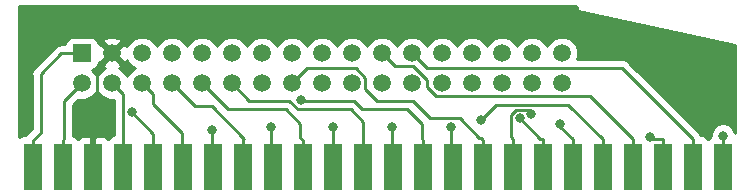
<source format=gtl>
G04 #@! TF.GenerationSoftware,KiCad,Pcbnew,5.0.2+dfsg1-1*
G04 #@! TF.CreationDate,2020-12-29T17:43:56+01:00*
G04 #@! TF.ProjectId,KBD_ADAPTER_XE,4b42445f-4144-4415-9054-45525f58452e,1.0*
G04 #@! TF.SameCoordinates,Original*
G04 #@! TF.FileFunction,Copper,L1,Top*
G04 #@! TF.FilePolarity,Positive*
%FSLAX46Y46*%
G04 Gerber Fmt 4.6, Leading zero omitted, Abs format (unit mm)*
G04 Created by KiCad (PCBNEW 5.0.2+dfsg1-1) date Tue 29 Dec 2020 05:43:56 PM CET*
%MOMM*%
%LPD*%
G01*
G04 APERTURE LIST*
G04 #@! TA.AperFunction,ConnectorPad*
%ADD10R,1.524000X4.000000*%
G04 #@! TD*
G04 #@! TA.AperFunction,ComponentPad*
%ADD11R,1.520000X1.520000*%
G04 #@! TD*
G04 #@! TA.AperFunction,ComponentPad*
%ADD12C,1.520000*%
G04 #@! TD*
G04 #@! TA.AperFunction,ViaPad*
%ADD13C,0.800000*%
G04 #@! TD*
G04 #@! TA.AperFunction,Conductor*
%ADD14C,0.250000*%
G04 #@! TD*
G04 #@! TA.AperFunction,Conductor*
%ADD15C,0.254000*%
G04 #@! TD*
G04 APERTURE END LIST*
D10*
G04 #@! TO.P,J1,24*
G04 #@! TO.N,RESET*
X173275000Y-109850000D03*
G04 #@! TO.P,J1,23*
G04 #@! TO.N,OPTION*
X170735000Y-109850000D03*
G04 #@! TO.P,J1,22*
G04 #@! TO.N,SELECT*
X168195000Y-109850000D03*
G04 #@! TO.P,J1,21*
G04 #@! TO.N,START*
X165655000Y-109850000D03*
G04 #@! TO.P,J1,20*
G04 #@! TO.N,RSC*
X163115000Y-109850000D03*
G04 #@! TO.P,J1,19*
G04 #@! TO.N,IN_4*
X160575000Y-109850000D03*
G04 #@! TO.P,J1,18*
G04 #@! TO.N,OUT_0*
X158035000Y-109850000D03*
G04 #@! TO.P,J1,17*
G04 #@! TO.N,IN_0*
X155495000Y-109850000D03*
G04 #@! TO.P,J1,16*
G04 #@! TO.N,IN_3*
X152955000Y-109850000D03*
G04 #@! TO.P,J1,15*
G04 #@! TO.N,OUT_2*
X150415000Y-109850000D03*
G04 #@! TO.P,J1,14*
G04 #@! TO.N,OUT_4*
X147875000Y-109850000D03*
G04 #@! TO.P,J1,13*
G04 #@! TO.N,OUT_1*
X145335000Y-109850000D03*
G04 #@! TO.P,J1,12*
G04 #@! TO.N,OUT_6*
X142795000Y-109850000D03*
G04 #@! TO.P,J1,11*
G04 #@! TO.N,IN_1*
X140255000Y-109850000D03*
G04 #@! TO.P,J1,10*
G04 #@! TO.N,IN_5*
X137715000Y-109850000D03*
G04 #@! TO.P,J1,9*
G04 #@! TO.N,IN_7*
X135175000Y-109850000D03*
G04 #@! TO.P,J1,8*
G04 #@! TO.N,IN_2*
X132635000Y-109850000D03*
G04 #@! TO.P,J1,7*
G04 #@! TO.N,OUT_7*
X130095000Y-109850000D03*
G04 #@! TO.P,J1,6*
G04 #@! TO.N,OUT_5*
X127555000Y-109850000D03*
G04 #@! TO.P,J1,5*
G04 #@! TO.N,OUT_3*
X125015000Y-109850000D03*
G04 #@! TO.P,J1,4*
G04 #@! TO.N,IN_6*
X122475000Y-109850000D03*
G04 #@! TO.P,J1,3*
G04 #@! TO.N,GND*
X119935000Y-109850000D03*
G04 #@! TO.P,J1,2*
G04 #@! TO.N,J_LED*
X117395000Y-109850000D03*
G04 #@! TO.P,J1,1*
G04 #@! TO.N,VCC*
X114855000Y-109850000D03*
G04 #@! TD*
D11*
G04 #@! TO.P,J2,1*
G04 #@! TO.N,VCC*
X119000000Y-100250000D03*
D12*
G04 #@! TO.P,J2,2*
G04 #@! TO.N,J_LED*
X119000000Y-102790000D03*
G04 #@! TO.P,J2,3*
G04 #@! TO.N,GND*
X121540000Y-100250000D03*
G04 #@! TO.P,J2,4*
G04 #@! TO.N,IN_6*
X121540000Y-102790000D03*
G04 #@! TO.P,J2,5*
G04 #@! TO.N,OUT_3*
X124080000Y-100250000D03*
G04 #@! TO.P,J2,6*
G04 #@! TO.N,OUT_5*
X124080000Y-102790000D03*
G04 #@! TO.P,J2,7*
G04 #@! TO.N,OUT_7*
X126620000Y-100250000D03*
G04 #@! TO.P,J2,8*
G04 #@! TO.N,IN_2*
X126620000Y-102790000D03*
G04 #@! TO.P,J2,9*
G04 #@! TO.N,IN_7*
X129160000Y-100250000D03*
G04 #@! TO.P,J2,10*
G04 #@! TO.N,IN_5*
X129160000Y-102790000D03*
G04 #@! TO.P,J2,11*
G04 #@! TO.N,IN_1*
X131700000Y-100250000D03*
G04 #@! TO.P,J2,12*
G04 #@! TO.N,OUT_6*
X131700000Y-102790000D03*
G04 #@! TO.P,J2,13*
G04 #@! TO.N,OUT_1*
X134240000Y-100250000D03*
G04 #@! TO.P,J2,14*
G04 #@! TO.N,OUT_4*
X134240000Y-102790000D03*
G04 #@! TO.P,J2,15*
G04 #@! TO.N,OUT_2*
X136780000Y-100250000D03*
G04 #@! TO.P,J2,16*
G04 #@! TO.N,IN_3*
X136780000Y-102790000D03*
G04 #@! TO.P,J2,17*
G04 #@! TO.N,IN_0*
X139320000Y-100250000D03*
G04 #@! TO.P,J2,18*
G04 #@! TO.N,OUT_0*
X139320000Y-102790000D03*
G04 #@! TO.P,J2,19*
G04 #@! TO.N,IN_4*
X141860000Y-100250000D03*
G04 #@! TO.P,J2,20*
G04 #@! TO.N,RSC*
X141860000Y-102790000D03*
G04 #@! TO.P,J2,21*
G04 #@! TO.N,START*
X144400000Y-100250000D03*
G04 #@! TO.P,J2,22*
G04 #@! TO.N,SELECT*
X144400000Y-102790000D03*
G04 #@! TO.P,J2,23*
G04 #@! TO.N,OPTION*
X146940000Y-100250000D03*
G04 #@! TO.P,J2,24*
G04 #@! TO.N,RESET*
X146940000Y-102790000D03*
G04 #@! TO.P,J2,25*
G04 #@! TO.N,Net-(J2-Pad25)*
X149480000Y-100250000D03*
G04 #@! TO.P,J2,26*
G04 #@! TO.N,Net-(J2-Pad26)*
X149480000Y-102790000D03*
G04 #@! TO.P,J2,27*
G04 #@! TO.N,Net-(J2-Pad27)*
X152020000Y-100250000D03*
G04 #@! TO.P,J2,28*
G04 #@! TO.N,Net-(J2-Pad28)*
X152020000Y-102790000D03*
G04 #@! TO.P,J2,29*
G04 #@! TO.N,Net-(J2-Pad29)*
X154560000Y-100250000D03*
G04 #@! TO.P,J2,30*
G04 #@! TO.N,Net-(J2-Pad30)*
X154560000Y-102790000D03*
G04 #@! TO.P,J2,31*
G04 #@! TO.N,Net-(J2-Pad31)*
X157100000Y-100250000D03*
G04 #@! TO.P,J2,32*
G04 #@! TO.N,Net-(J2-Pad32)*
X157100000Y-102790000D03*
G04 #@! TO.P,J2,33*
G04 #@! TO.N,Net-(J2-Pad33)*
X159640000Y-100250000D03*
G04 #@! TO.P,J2,34*
G04 #@! TO.N,Net-(J2-Pad34)*
X159640000Y-102790000D03*
G04 #@! TD*
D13*
G04 #@! TO.N,OUT_3*
X123200000Y-105250000D03*
G04 #@! TO.N,OUT_7*
X130000000Y-106750000D03*
G04 #@! TO.N,IN_7*
X135000000Y-106500000D03*
G04 #@! TO.N,IN_1*
X140250000Y-106500000D03*
G04 #@! TO.N,OUT_1*
X145250000Y-106500000D03*
G04 #@! TO.N,OUT_4*
X137513000Y-104237000D03*
G04 #@! TO.N,OUT_2*
X150250000Y-106500000D03*
G04 #@! TO.N,IN_0*
X157054100Y-105372700D03*
G04 #@! TO.N,OUT_0*
X156053700Y-105767300D03*
G04 #@! TO.N,IN_4*
X159515300Y-106217600D03*
G04 #@! TO.N,RSC*
X152784900Y-105897200D03*
G04 #@! TO.N,SELECT*
X167082000Y-107298500D03*
G04 #@! TO.N,RESET*
X173275000Y-107213700D03*
G04 #@! TD*
D14*
G04 #@! TO.N,VCC*
X114855000Y-109850000D02*
X114855000Y-107600000D01*
X114855000Y-107600000D02*
X115500000Y-106955000D01*
X115500000Y-106955000D02*
X115500000Y-102000000D01*
X115500000Y-102000000D02*
X117250000Y-100250000D01*
X117250000Y-100250000D02*
X119000000Y-100250000D01*
G04 #@! TO.N,J_LED*
X117395000Y-109850000D02*
X117395000Y-107600000D01*
X117395000Y-107600000D02*
X117500000Y-107495000D01*
X117500000Y-107495000D02*
X117500000Y-104290000D01*
X117500000Y-104290000D02*
X119000000Y-102790000D01*
G04 #@! TO.N,GND*
X119935000Y-109850000D02*
X119935000Y-107524700D01*
X121540000Y-100250000D02*
X120270000Y-101520000D01*
X120270000Y-101520000D02*
X120270000Y-107189700D01*
X120270000Y-107189700D02*
X119935000Y-107524700D01*
G04 #@! TO.N,IN_6*
X122475000Y-109850000D02*
X122475000Y-103725000D01*
X122475000Y-103725000D02*
X121540000Y-102790000D01*
G04 #@! TO.N,OUT_3*
X125015000Y-109850000D02*
X125015000Y-107600000D01*
X125015000Y-107600000D02*
X125000000Y-107585000D01*
X125000000Y-107585000D02*
X125000000Y-107050000D01*
X125000000Y-107050000D02*
X123200000Y-105250000D01*
G04 #@! TO.N,OUT_5*
X127555000Y-109850000D02*
X127555000Y-108612000D01*
X127555000Y-108612000D02*
X127500000Y-108557000D01*
X127500000Y-108557000D02*
X127500000Y-107000000D01*
X127500000Y-107000000D02*
X125000000Y-104500000D01*
X125000000Y-104500000D02*
X125000000Y-103710000D01*
X125000000Y-103710000D02*
X124080000Y-102790000D01*
G04 #@! TO.N,OUT_7*
X130000000Y-106750000D02*
X130000000Y-109755000D01*
X130000000Y-109755000D02*
X130095000Y-109850000D01*
G04 #@! TO.N,IN_2*
X132635000Y-109850000D02*
X132635000Y-107600000D01*
X132635000Y-107600000D02*
X132750000Y-107485000D01*
X132750000Y-107485000D02*
X132735000Y-107485000D01*
X132735000Y-107485000D02*
X130000000Y-104750000D01*
X130000000Y-104750000D02*
X128580000Y-104750000D01*
X128580000Y-104750000D02*
X126620000Y-102790000D01*
G04 #@! TO.N,IN_7*
X135000000Y-106500000D02*
X135000000Y-109675000D01*
X135000000Y-109675000D02*
X135175000Y-109850000D01*
G04 #@! TO.N,IN_5*
X137715000Y-109850000D02*
X137715000Y-107600000D01*
X137715000Y-107600000D02*
X137500000Y-107385000D01*
X137500000Y-107385000D02*
X137500000Y-106250000D01*
X137500000Y-106250000D02*
X136250000Y-105000000D01*
X136250000Y-105000000D02*
X131370000Y-105000000D01*
X131370000Y-105000000D02*
X129160000Y-102790000D01*
G04 #@! TO.N,IN_1*
X140250000Y-106500000D02*
X140250000Y-109845000D01*
X140250000Y-109845000D02*
X140255000Y-109850000D01*
G04 #@! TO.N,OUT_6*
X142795000Y-109850000D02*
X142795000Y-106045000D01*
X142795000Y-106045000D02*
X141750000Y-105000000D01*
X141750000Y-105000000D02*
X137250000Y-105000000D01*
X137250000Y-105000000D02*
X136500000Y-104250000D01*
X136500000Y-104250000D02*
X133160000Y-104250000D01*
X133160000Y-104250000D02*
X131700000Y-102790000D01*
G04 #@! TO.N,OUT_1*
X145250000Y-106500000D02*
X145250000Y-109765000D01*
X145250000Y-109765000D02*
X145335000Y-109850000D01*
G04 #@! TO.N,OUT_4*
X147875000Y-109850000D02*
X147875000Y-107600000D01*
X147875000Y-107600000D02*
X147750000Y-107475000D01*
X147750000Y-107475000D02*
X147750000Y-106250000D01*
X147750000Y-106250000D02*
X146500000Y-105000000D01*
X146500000Y-105000000D02*
X142750000Y-105000000D01*
X142750000Y-105000000D02*
X142000000Y-104250000D01*
X142000000Y-104250000D02*
X137525000Y-104250000D01*
X137525000Y-104250000D02*
X137513000Y-104237000D01*
G04 #@! TO.N,OUT_2*
X150250000Y-106500000D02*
X150250000Y-109685000D01*
X150250000Y-109685000D02*
X150415000Y-109850000D01*
G04 #@! TO.N,IN_3*
X152955000Y-109850000D02*
X152955000Y-107600000D01*
X152955000Y-107600000D02*
X152750000Y-107395000D01*
X152750000Y-107395000D02*
X152645000Y-107395000D01*
X152645000Y-107395000D02*
X151000000Y-105750000D01*
X151000000Y-105750000D02*
X148500000Y-105750000D01*
X148500000Y-105750000D02*
X147000000Y-104250000D01*
X147000000Y-104250000D02*
X144000000Y-104250000D01*
X144000000Y-104250000D02*
X143000000Y-103250000D01*
X143000000Y-103250000D02*
X143000000Y-102324000D01*
X143000000Y-102324000D02*
X142176000Y-101500000D01*
X142176000Y-101500000D02*
X138070000Y-101500000D01*
X138070000Y-101500000D02*
X136780000Y-102790000D01*
G04 #@! TO.N,IN_0*
X157054100Y-105372700D02*
X156723400Y-105042000D01*
X156723400Y-105042000D02*
X155753300Y-105042000D01*
X155753300Y-105042000D02*
X155302500Y-105492800D01*
X155302500Y-105492800D02*
X155302500Y-107332200D01*
X155302500Y-107332200D02*
X155495000Y-107524700D01*
X155495000Y-109850000D02*
X155495000Y-107524700D01*
G04 #@! TO.N,OUT_0*
X158035000Y-107524700D02*
X157811100Y-107524700D01*
X157811100Y-107524700D02*
X156053700Y-105767300D01*
X158035000Y-109850000D02*
X158035000Y-107524700D01*
G04 #@! TO.N,IN_4*
X160575000Y-107524700D02*
X159515300Y-106465000D01*
X159515300Y-106465000D02*
X159515300Y-106217600D01*
X160575000Y-109850000D02*
X160575000Y-107524700D01*
G04 #@! TO.N,RSC*
X163115000Y-107524700D02*
X160182000Y-104591700D01*
X160182000Y-104591700D02*
X154090400Y-104591700D01*
X154090400Y-104591700D02*
X152784900Y-105897200D01*
X163115000Y-109850000D02*
X163115000Y-107524700D01*
G04 #@! TO.N,START*
X165655000Y-109850000D02*
X165655000Y-107524700D01*
X144400000Y-100250000D02*
X145510600Y-101360600D01*
X145510600Y-101360600D02*
X147058000Y-101360600D01*
X147058000Y-101360600D02*
X148210000Y-102512600D01*
X148210000Y-102512600D02*
X148210000Y-103108900D01*
X148210000Y-103108900D02*
X148976500Y-103875400D01*
X148976500Y-103875400D02*
X162005700Y-103875400D01*
X162005700Y-103875400D02*
X165655000Y-107524700D01*
G04 #@! TO.N,SELECT*
X167082000Y-107298500D02*
X167308200Y-107524700D01*
X167308200Y-107524700D02*
X168195000Y-107524700D01*
X168195000Y-109850000D02*
X168195000Y-107524700D01*
G04 #@! TO.N,OPTION*
X170735000Y-109850000D02*
X170735000Y-107524700D01*
X146940000Y-100250000D02*
X148210000Y-101520000D01*
X148210000Y-101520000D02*
X164730300Y-101520000D01*
X164730300Y-101520000D02*
X170735000Y-107524700D01*
G04 #@! TO.N,RESET*
X173275000Y-107213700D02*
X173275000Y-109850000D01*
G04 #@! TD*
D15*
G04 #@! TO.N,GND*
G36*
X120357376Y-103580204D02*
X120749796Y-103972624D01*
X121262517Y-104185000D01*
X121715001Y-104185000D01*
X121715000Y-107202560D01*
X121713000Y-107202560D01*
X121465235Y-107251843D01*
X121255191Y-107392191D01*
X121207937Y-107462911D01*
X121056698Y-107311673D01*
X120823309Y-107215000D01*
X120220750Y-107215000D01*
X120062000Y-107373750D01*
X120062000Y-109723000D01*
X120082000Y-109723000D01*
X120082000Y-109977000D01*
X120062000Y-109977000D01*
X120062000Y-109997000D01*
X119808000Y-109997000D01*
X119808000Y-109977000D01*
X119788000Y-109977000D01*
X119788000Y-109723000D01*
X119808000Y-109723000D01*
X119808000Y-107373750D01*
X119649250Y-107215000D01*
X119046691Y-107215000D01*
X118813302Y-107311673D01*
X118662063Y-107462911D01*
X118614809Y-107392191D01*
X118404765Y-107251843D01*
X118260000Y-107223048D01*
X118260000Y-104604801D01*
X118692313Y-104172489D01*
X118722517Y-104185000D01*
X119277483Y-104185000D01*
X119790204Y-103972624D01*
X120182624Y-103580204D01*
X120270000Y-103369260D01*
X120357376Y-103580204D01*
X120357376Y-103580204D01*
G37*
X120357376Y-103580204D02*
X120749796Y-103972624D01*
X121262517Y-104185000D01*
X121715001Y-104185000D01*
X121715000Y-107202560D01*
X121713000Y-107202560D01*
X121465235Y-107251843D01*
X121255191Y-107392191D01*
X121207937Y-107462911D01*
X121056698Y-107311673D01*
X120823309Y-107215000D01*
X120220750Y-107215000D01*
X120062000Y-107373750D01*
X120062000Y-109723000D01*
X120082000Y-109723000D01*
X120082000Y-109977000D01*
X120062000Y-109977000D01*
X120062000Y-109997000D01*
X119808000Y-109997000D01*
X119808000Y-109977000D01*
X119788000Y-109977000D01*
X119788000Y-109723000D01*
X119808000Y-109723000D01*
X119808000Y-107373750D01*
X119649250Y-107215000D01*
X119046691Y-107215000D01*
X118813302Y-107311673D01*
X118662063Y-107462911D01*
X118614809Y-107392191D01*
X118404765Y-107251843D01*
X118260000Y-107223048D01*
X118260000Y-104604801D01*
X118692313Y-104172489D01*
X118722517Y-104185000D01*
X119277483Y-104185000D01*
X119790204Y-103972624D01*
X120182624Y-103580204D01*
X120270000Y-103369260D01*
X120357376Y-103580204D01*
G36*
X160831195Y-96277027D02*
X160866357Y-96329651D01*
X160873000Y-96346759D01*
X160873000Y-96500000D01*
X160882667Y-96548601D01*
X160910197Y-96589803D01*
X160972450Y-96623976D01*
X174290001Y-99583432D01*
X174290000Y-106959543D01*
X174152431Y-106627420D01*
X173861280Y-106336269D01*
X173480874Y-106178700D01*
X173069126Y-106178700D01*
X172688720Y-106336269D01*
X172397569Y-106627420D01*
X172240000Y-107007826D01*
X172240000Y-107268705D01*
X172055191Y-107392191D01*
X172005000Y-107467307D01*
X171954809Y-107392191D01*
X171744765Y-107251843D01*
X171497000Y-107202560D01*
X171433797Y-107202560D01*
X171282929Y-106976771D01*
X171219473Y-106934371D01*
X165320631Y-101035530D01*
X165278229Y-100972071D01*
X165026837Y-100804096D01*
X164805152Y-100760000D01*
X164805147Y-100760000D01*
X164730300Y-100745112D01*
X164655453Y-100760000D01*
X160938688Y-100760000D01*
X161035000Y-100527483D01*
X161035000Y-99972517D01*
X160822624Y-99459796D01*
X160430204Y-99067376D01*
X159917483Y-98855000D01*
X159362517Y-98855000D01*
X158849796Y-99067376D01*
X158457376Y-99459796D01*
X158370000Y-99670740D01*
X158282624Y-99459796D01*
X157890204Y-99067376D01*
X157377483Y-98855000D01*
X156822517Y-98855000D01*
X156309796Y-99067376D01*
X155917376Y-99459796D01*
X155830000Y-99670740D01*
X155742624Y-99459796D01*
X155350204Y-99067376D01*
X154837483Y-98855000D01*
X154282517Y-98855000D01*
X153769796Y-99067376D01*
X153377376Y-99459796D01*
X153290000Y-99670740D01*
X153202624Y-99459796D01*
X152810204Y-99067376D01*
X152297483Y-98855000D01*
X151742517Y-98855000D01*
X151229796Y-99067376D01*
X150837376Y-99459796D01*
X150750000Y-99670740D01*
X150662624Y-99459796D01*
X150270204Y-99067376D01*
X149757483Y-98855000D01*
X149202517Y-98855000D01*
X148689796Y-99067376D01*
X148297376Y-99459796D01*
X148210000Y-99670740D01*
X148122624Y-99459796D01*
X147730204Y-99067376D01*
X147217483Y-98855000D01*
X146662517Y-98855000D01*
X146149796Y-99067376D01*
X145757376Y-99459796D01*
X145670000Y-99670740D01*
X145582624Y-99459796D01*
X145190204Y-99067376D01*
X144677483Y-98855000D01*
X144122517Y-98855000D01*
X143609796Y-99067376D01*
X143217376Y-99459796D01*
X143130000Y-99670740D01*
X143042624Y-99459796D01*
X142650204Y-99067376D01*
X142137483Y-98855000D01*
X141582517Y-98855000D01*
X141069796Y-99067376D01*
X140677376Y-99459796D01*
X140590000Y-99670740D01*
X140502624Y-99459796D01*
X140110204Y-99067376D01*
X139597483Y-98855000D01*
X139042517Y-98855000D01*
X138529796Y-99067376D01*
X138137376Y-99459796D01*
X138050000Y-99670740D01*
X137962624Y-99459796D01*
X137570204Y-99067376D01*
X137057483Y-98855000D01*
X136502517Y-98855000D01*
X135989796Y-99067376D01*
X135597376Y-99459796D01*
X135510000Y-99670740D01*
X135422624Y-99459796D01*
X135030204Y-99067376D01*
X134517483Y-98855000D01*
X133962517Y-98855000D01*
X133449796Y-99067376D01*
X133057376Y-99459796D01*
X132970000Y-99670740D01*
X132882624Y-99459796D01*
X132490204Y-99067376D01*
X131977483Y-98855000D01*
X131422517Y-98855000D01*
X130909796Y-99067376D01*
X130517376Y-99459796D01*
X130430000Y-99670740D01*
X130342624Y-99459796D01*
X129950204Y-99067376D01*
X129437483Y-98855000D01*
X128882517Y-98855000D01*
X128369796Y-99067376D01*
X127977376Y-99459796D01*
X127890000Y-99670740D01*
X127802624Y-99459796D01*
X127410204Y-99067376D01*
X126897483Y-98855000D01*
X126342517Y-98855000D01*
X125829796Y-99067376D01*
X125437376Y-99459796D01*
X125350000Y-99670740D01*
X125262624Y-99459796D01*
X124870204Y-99067376D01*
X124357483Y-98855000D01*
X123802517Y-98855000D01*
X123289796Y-99067376D01*
X122897376Y-99459796D01*
X122816578Y-99654859D01*
X122760742Y-99520059D01*
X122518764Y-99450841D01*
X121719605Y-100250000D01*
X122518764Y-101049159D01*
X122760742Y-100979941D01*
X122812406Y-100835069D01*
X122897376Y-101040204D01*
X123289796Y-101432624D01*
X123500740Y-101520000D01*
X123289796Y-101607376D01*
X122897376Y-101999796D01*
X122810000Y-102210740D01*
X122722624Y-101999796D01*
X122330204Y-101607376D01*
X122135141Y-101526578D01*
X122269941Y-101470742D01*
X122339159Y-101228764D01*
X121540000Y-100429605D01*
X120740841Y-101228764D01*
X120810059Y-101470742D01*
X120954931Y-101522406D01*
X120749796Y-101607376D01*
X120357376Y-101999796D01*
X120270000Y-102210740D01*
X120182624Y-101999796D01*
X119826951Y-101644123D01*
X120007765Y-101608157D01*
X120217809Y-101467809D01*
X120358157Y-101257765D01*
X120407440Y-101010000D01*
X120407440Y-101005166D01*
X120561236Y-101049159D01*
X121360395Y-100250000D01*
X120561236Y-99450841D01*
X120407440Y-99494834D01*
X120407440Y-99490000D01*
X120363926Y-99271236D01*
X120740841Y-99271236D01*
X121540000Y-100070395D01*
X122339159Y-99271236D01*
X122269941Y-99029258D01*
X121747220Y-98842845D01*
X121192951Y-98870659D01*
X120810059Y-99029258D01*
X120740841Y-99271236D01*
X120363926Y-99271236D01*
X120358157Y-99242235D01*
X120217809Y-99032191D01*
X120007765Y-98891843D01*
X119760000Y-98842560D01*
X118240000Y-98842560D01*
X117992235Y-98891843D01*
X117782191Y-99032191D01*
X117641843Y-99242235D01*
X117592560Y-99490000D01*
X117324848Y-99490000D01*
X117250000Y-99475112D01*
X117175152Y-99490000D01*
X117175148Y-99490000D01*
X117024032Y-99520059D01*
X116953462Y-99534096D01*
X116838766Y-99610734D01*
X116702071Y-99702071D01*
X116659671Y-99765527D01*
X115015528Y-101409671D01*
X114952072Y-101452071D01*
X114909672Y-101515527D01*
X114909671Y-101515528D01*
X114784097Y-101703463D01*
X114725112Y-102000000D01*
X114740001Y-102074852D01*
X114740000Y-106640198D01*
X114370528Y-107009671D01*
X114307072Y-107052071D01*
X114264672Y-107115527D01*
X114264671Y-107115528D01*
X114206518Y-107202560D01*
X114093000Y-107202560D01*
X113845235Y-107251843D01*
X113710000Y-107342205D01*
X113710000Y-96210000D01*
X160817863Y-96210000D01*
X160831195Y-96277027D01*
X160831195Y-96277027D01*
G37*
X160831195Y-96277027D02*
X160866357Y-96329651D01*
X160873000Y-96346759D01*
X160873000Y-96500000D01*
X160882667Y-96548601D01*
X160910197Y-96589803D01*
X160972450Y-96623976D01*
X174290001Y-99583432D01*
X174290000Y-106959543D01*
X174152431Y-106627420D01*
X173861280Y-106336269D01*
X173480874Y-106178700D01*
X173069126Y-106178700D01*
X172688720Y-106336269D01*
X172397569Y-106627420D01*
X172240000Y-107007826D01*
X172240000Y-107268705D01*
X172055191Y-107392191D01*
X172005000Y-107467307D01*
X171954809Y-107392191D01*
X171744765Y-107251843D01*
X171497000Y-107202560D01*
X171433797Y-107202560D01*
X171282929Y-106976771D01*
X171219473Y-106934371D01*
X165320631Y-101035530D01*
X165278229Y-100972071D01*
X165026837Y-100804096D01*
X164805152Y-100760000D01*
X164805147Y-100760000D01*
X164730300Y-100745112D01*
X164655453Y-100760000D01*
X160938688Y-100760000D01*
X161035000Y-100527483D01*
X161035000Y-99972517D01*
X160822624Y-99459796D01*
X160430204Y-99067376D01*
X159917483Y-98855000D01*
X159362517Y-98855000D01*
X158849796Y-99067376D01*
X158457376Y-99459796D01*
X158370000Y-99670740D01*
X158282624Y-99459796D01*
X157890204Y-99067376D01*
X157377483Y-98855000D01*
X156822517Y-98855000D01*
X156309796Y-99067376D01*
X155917376Y-99459796D01*
X155830000Y-99670740D01*
X155742624Y-99459796D01*
X155350204Y-99067376D01*
X154837483Y-98855000D01*
X154282517Y-98855000D01*
X153769796Y-99067376D01*
X153377376Y-99459796D01*
X153290000Y-99670740D01*
X153202624Y-99459796D01*
X152810204Y-99067376D01*
X152297483Y-98855000D01*
X151742517Y-98855000D01*
X151229796Y-99067376D01*
X150837376Y-99459796D01*
X150750000Y-99670740D01*
X150662624Y-99459796D01*
X150270204Y-99067376D01*
X149757483Y-98855000D01*
X149202517Y-98855000D01*
X148689796Y-99067376D01*
X148297376Y-99459796D01*
X148210000Y-99670740D01*
X148122624Y-99459796D01*
X147730204Y-99067376D01*
X147217483Y-98855000D01*
X146662517Y-98855000D01*
X146149796Y-99067376D01*
X145757376Y-99459796D01*
X145670000Y-99670740D01*
X145582624Y-99459796D01*
X145190204Y-99067376D01*
X144677483Y-98855000D01*
X144122517Y-98855000D01*
X143609796Y-99067376D01*
X143217376Y-99459796D01*
X143130000Y-99670740D01*
X143042624Y-99459796D01*
X142650204Y-99067376D01*
X142137483Y-98855000D01*
X141582517Y-98855000D01*
X141069796Y-99067376D01*
X140677376Y-99459796D01*
X140590000Y-99670740D01*
X140502624Y-99459796D01*
X140110204Y-99067376D01*
X139597483Y-98855000D01*
X139042517Y-98855000D01*
X138529796Y-99067376D01*
X138137376Y-99459796D01*
X138050000Y-99670740D01*
X137962624Y-99459796D01*
X137570204Y-99067376D01*
X137057483Y-98855000D01*
X136502517Y-98855000D01*
X135989796Y-99067376D01*
X135597376Y-99459796D01*
X135510000Y-99670740D01*
X135422624Y-99459796D01*
X135030204Y-99067376D01*
X134517483Y-98855000D01*
X133962517Y-98855000D01*
X133449796Y-99067376D01*
X133057376Y-99459796D01*
X132970000Y-99670740D01*
X132882624Y-99459796D01*
X132490204Y-99067376D01*
X131977483Y-98855000D01*
X131422517Y-98855000D01*
X130909796Y-99067376D01*
X130517376Y-99459796D01*
X130430000Y-99670740D01*
X130342624Y-99459796D01*
X129950204Y-99067376D01*
X129437483Y-98855000D01*
X128882517Y-98855000D01*
X128369796Y-99067376D01*
X127977376Y-99459796D01*
X127890000Y-99670740D01*
X127802624Y-99459796D01*
X127410204Y-99067376D01*
X126897483Y-98855000D01*
X126342517Y-98855000D01*
X125829796Y-99067376D01*
X125437376Y-99459796D01*
X125350000Y-99670740D01*
X125262624Y-99459796D01*
X124870204Y-99067376D01*
X124357483Y-98855000D01*
X123802517Y-98855000D01*
X123289796Y-99067376D01*
X122897376Y-99459796D01*
X122816578Y-99654859D01*
X122760742Y-99520059D01*
X122518764Y-99450841D01*
X121719605Y-100250000D01*
X122518764Y-101049159D01*
X122760742Y-100979941D01*
X122812406Y-100835069D01*
X122897376Y-101040204D01*
X123289796Y-101432624D01*
X123500740Y-101520000D01*
X123289796Y-101607376D01*
X122897376Y-101999796D01*
X122810000Y-102210740D01*
X122722624Y-101999796D01*
X122330204Y-101607376D01*
X122135141Y-101526578D01*
X122269941Y-101470742D01*
X122339159Y-101228764D01*
X121540000Y-100429605D01*
X120740841Y-101228764D01*
X120810059Y-101470742D01*
X120954931Y-101522406D01*
X120749796Y-101607376D01*
X120357376Y-101999796D01*
X120270000Y-102210740D01*
X120182624Y-101999796D01*
X119826951Y-101644123D01*
X120007765Y-101608157D01*
X120217809Y-101467809D01*
X120358157Y-101257765D01*
X120407440Y-101010000D01*
X120407440Y-101005166D01*
X120561236Y-101049159D01*
X121360395Y-100250000D01*
X120561236Y-99450841D01*
X120407440Y-99494834D01*
X120407440Y-99490000D01*
X120363926Y-99271236D01*
X120740841Y-99271236D01*
X121540000Y-100070395D01*
X122339159Y-99271236D01*
X122269941Y-99029258D01*
X121747220Y-98842845D01*
X121192951Y-98870659D01*
X120810059Y-99029258D01*
X120740841Y-99271236D01*
X120363926Y-99271236D01*
X120358157Y-99242235D01*
X120217809Y-99032191D01*
X120007765Y-98891843D01*
X119760000Y-98842560D01*
X118240000Y-98842560D01*
X117992235Y-98891843D01*
X117782191Y-99032191D01*
X117641843Y-99242235D01*
X117592560Y-99490000D01*
X117324848Y-99490000D01*
X117250000Y-99475112D01*
X117175152Y-99490000D01*
X117175148Y-99490000D01*
X117024032Y-99520059D01*
X116953462Y-99534096D01*
X116838766Y-99610734D01*
X116702071Y-99702071D01*
X116659671Y-99765527D01*
X115015528Y-101409671D01*
X114952072Y-101452071D01*
X114909672Y-101515527D01*
X114909671Y-101515528D01*
X114784097Y-101703463D01*
X114725112Y-102000000D01*
X114740001Y-102074852D01*
X114740000Y-106640198D01*
X114370528Y-107009671D01*
X114307072Y-107052071D01*
X114264672Y-107115527D01*
X114264671Y-107115528D01*
X114206518Y-107202560D01*
X114093000Y-107202560D01*
X113845235Y-107251843D01*
X113710000Y-107342205D01*
X113710000Y-96210000D01*
X160817863Y-96210000D01*
X160831195Y-96277027D01*
G04 #@! TD*
M02*

</source>
